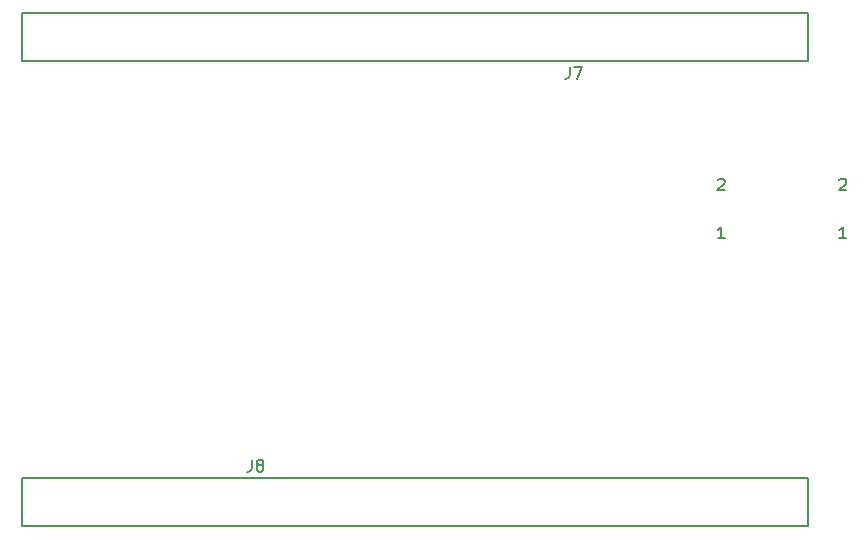
<source format=gto>
G04 #@! TF.GenerationSoftware,KiCad,Pcbnew,5.0.2-bee76a0~70~ubuntu18.04.1*
G04 #@! TF.CreationDate,2019-05-01T23:48:17-04:00*
G04 #@! TF.ProjectId,internal_board,696e7465-726e-4616-9c5f-626f6172642e,rev?*
G04 #@! TF.SameCoordinates,Original*
G04 #@! TF.FileFunction,Legend,Top*
G04 #@! TF.FilePolarity,Positive*
%FSLAX46Y46*%
G04 Gerber Fmt 4.6, Leading zero omitted, Abs format (unit mm)*
G04 Created by KiCad (PCBNEW 5.0.2-bee76a0~70~ubuntu18.04.1) date Wed 01 May 2019 11:48:17 PM EDT*
%MOMM*%
%LPD*%
G01*
G04 APERTURE LIST*
%ADD10C,0.150000*%
G04 APERTURE END LIST*
D10*
G04 #@! TO.C,J7*
X184404000Y-59182000D02*
X184404000Y-55118000D01*
X184404000Y-55118000D02*
X117856000Y-55118000D01*
X117856000Y-59182000D02*
X184404000Y-59182000D01*
X117856000Y-59182000D02*
X117856000Y-55118000D01*
G04 #@! TO.C,J8*
X184404000Y-94488000D02*
X184404000Y-98552000D01*
X184404000Y-94488000D02*
X117856000Y-94488000D01*
X117856000Y-98552000D02*
X184404000Y-98552000D01*
X117856000Y-94488000D02*
X117856000Y-98552000D01*
G04 #@! TO.C,J7*
X164258666Y-59650380D02*
X164258666Y-60364666D01*
X164211047Y-60507523D01*
X164115809Y-60602761D01*
X163972952Y-60650380D01*
X163877714Y-60650380D01*
X164639619Y-59650380D02*
X165306285Y-59650380D01*
X164877714Y-60650380D01*
G04 #@! TO.C,J8*
X137334666Y-92924380D02*
X137334666Y-93638666D01*
X137287047Y-93781523D01*
X137191809Y-93876761D01*
X137048952Y-93924380D01*
X136953714Y-93924380D01*
X137953714Y-93352952D02*
X137858476Y-93305333D01*
X137810857Y-93257714D01*
X137763238Y-93162476D01*
X137763238Y-93114857D01*
X137810857Y-93019619D01*
X137858476Y-92972000D01*
X137953714Y-92924380D01*
X138144190Y-92924380D01*
X138239428Y-92972000D01*
X138287047Y-93019619D01*
X138334666Y-93114857D01*
X138334666Y-93162476D01*
X138287047Y-93257714D01*
X138239428Y-93305333D01*
X138144190Y-93352952D01*
X137953714Y-93352952D01*
X137858476Y-93400571D01*
X137810857Y-93448190D01*
X137763238Y-93543428D01*
X137763238Y-93733904D01*
X137810857Y-93829142D01*
X137858476Y-93876761D01*
X137953714Y-93924380D01*
X138144190Y-93924380D01*
X138239428Y-93876761D01*
X138287047Y-93829142D01*
X138334666Y-93733904D01*
X138334666Y-93543428D01*
X138287047Y-93448190D01*
X138239428Y-93400571D01*
X138144190Y-93352952D01*
G04 #@! TO.C,J6*
X187676714Y-74178980D02*
X187105285Y-74178980D01*
X187391000Y-74178980D02*
X187391000Y-73178980D01*
X187295761Y-73321838D01*
X187200523Y-73417076D01*
X187105285Y-73464695D01*
X187105285Y-69210219D02*
X187152904Y-69162600D01*
X187248142Y-69114980D01*
X187486238Y-69114980D01*
X187581476Y-69162600D01*
X187629095Y-69210219D01*
X187676714Y-69305457D01*
X187676714Y-69400695D01*
X187629095Y-69543552D01*
X187057666Y-70114980D01*
X187676714Y-70114980D01*
G04 #@! TO.C,J9*
X176825285Y-69210219D02*
X176872904Y-69162600D01*
X176968142Y-69114980D01*
X177206238Y-69114980D01*
X177301476Y-69162600D01*
X177349095Y-69210219D01*
X177396714Y-69305457D01*
X177396714Y-69400695D01*
X177349095Y-69543552D01*
X176777666Y-70114980D01*
X177396714Y-70114980D01*
X177396714Y-74178980D02*
X176825285Y-74178980D01*
X177111000Y-74178980D02*
X177111000Y-73178980D01*
X177015761Y-73321838D01*
X176920523Y-73417076D01*
X176825285Y-73464695D01*
G04 #@! TD*
M02*

</source>
